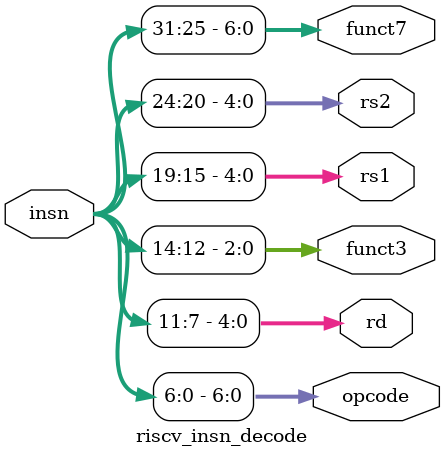
<source format=sv>

module riscv_insn_decode(
  input [31:0] insn,
  output [6:0] opcode,
  output [4:0] rd,
  output [2:0] funct3,
  output [4:0] rs1,
  output [4:0] rs2,
  output [6:0] funct7
);

  assign opcode = insn[6:0];
  assign rd     = insn[11:7];
  assign funct3 = insn[14:12];
  assign rs1    = insn[19:15];
  assign rs2    = insn[24:20];
  assign funct7 = insn[31:25];

endmodule

</source>
